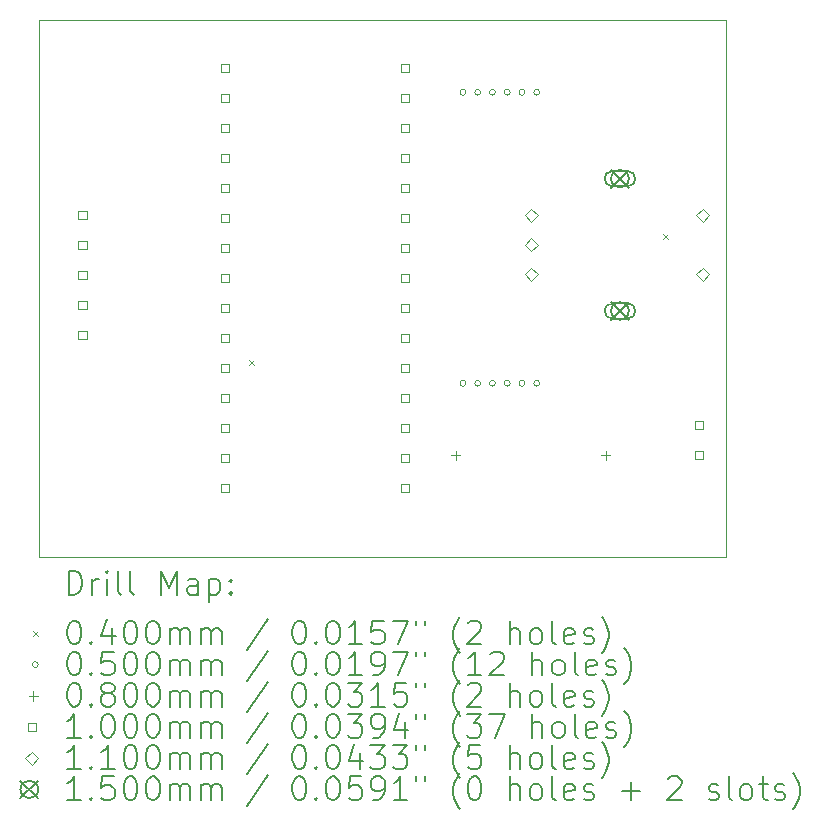
<source format=gbr>
%FSLAX45Y45*%
G04 Gerber Fmt 4.5, Leading zero omitted, Abs format (unit mm)*
G04 Created by KiCad (PCBNEW (6.0.2)) date 2023-01-26 14:19:44*
%MOMM*%
%LPD*%
G01*
G04 APERTURE LIST*
%TA.AperFunction,Profile*%
%ADD10C,0.100000*%
%TD*%
%ADD11C,0.200000*%
%ADD12C,0.040000*%
%ADD13C,0.050000*%
%ADD14C,0.080000*%
%ADD15C,0.100000*%
%ADD16C,0.110000*%
%ADD17C,0.150000*%
G04 APERTURE END LIST*
D10*
X9906000Y-7493000D02*
X15722600Y-7493000D01*
X15722600Y-7493000D02*
X15722600Y-12039600D01*
X15722600Y-12039600D02*
X9906000Y-12039600D01*
X9906000Y-12039600D02*
X9906000Y-7493000D01*
D11*
D12*
X11689400Y-10368600D02*
X11729400Y-10408600D01*
X11729400Y-10368600D02*
X11689400Y-10408600D01*
X15194600Y-9301800D02*
X15234600Y-9341800D01*
X15234600Y-9301800D02*
X15194600Y-9341800D01*
D13*
X13522400Y-8102600D02*
G75*
G03*
X13522400Y-8102600I-25000J0D01*
G01*
X13522400Y-10566400D02*
G75*
G03*
X13522400Y-10566400I-25000J0D01*
G01*
X13647400Y-8102600D02*
G75*
G03*
X13647400Y-8102600I-25000J0D01*
G01*
X13647400Y-10566400D02*
G75*
G03*
X13647400Y-10566400I-25000J0D01*
G01*
X13772400Y-8102600D02*
G75*
G03*
X13772400Y-8102600I-25000J0D01*
G01*
X13772400Y-10566400D02*
G75*
G03*
X13772400Y-10566400I-25000J0D01*
G01*
X13897400Y-8102600D02*
G75*
G03*
X13897400Y-8102600I-25000J0D01*
G01*
X13897400Y-10566400D02*
G75*
G03*
X13897400Y-10566400I-25000J0D01*
G01*
X14022400Y-8102600D02*
G75*
G03*
X14022400Y-8102600I-25000J0D01*
G01*
X14022400Y-10566400D02*
G75*
G03*
X14022400Y-10566400I-25000J0D01*
G01*
X14147400Y-8102600D02*
G75*
G03*
X14147400Y-8102600I-25000J0D01*
G01*
X14147400Y-10566400D02*
G75*
G03*
X14147400Y-10566400I-25000J0D01*
G01*
D14*
X13436600Y-11136000D02*
X13436600Y-11216000D01*
X13396600Y-11176000D02*
X13476600Y-11176000D01*
X14706600Y-11136000D02*
X14706600Y-11216000D01*
X14666600Y-11176000D02*
X14746600Y-11176000D01*
D15*
X10312196Y-9179356D02*
X10312196Y-9108644D01*
X10241484Y-9108644D01*
X10241484Y-9179356D01*
X10312196Y-9179356D01*
X10312196Y-9433356D02*
X10312196Y-9362644D01*
X10241484Y-9362644D01*
X10241484Y-9433356D01*
X10312196Y-9433356D01*
X10312196Y-9687356D02*
X10312196Y-9616644D01*
X10241484Y-9616644D01*
X10241484Y-9687356D01*
X10312196Y-9687356D01*
X10312196Y-9941356D02*
X10312196Y-9870644D01*
X10241484Y-9870644D01*
X10241484Y-9941356D01*
X10312196Y-9941356D01*
X10312196Y-10195356D02*
X10312196Y-10124644D01*
X10241484Y-10124644D01*
X10241484Y-10195356D01*
X10312196Y-10195356D01*
X11516156Y-7934756D02*
X11516156Y-7864044D01*
X11445444Y-7864044D01*
X11445444Y-7934756D01*
X11516156Y-7934756D01*
X11516156Y-8188756D02*
X11516156Y-8118044D01*
X11445444Y-8118044D01*
X11445444Y-8188756D01*
X11516156Y-8188756D01*
X11516156Y-8442756D02*
X11516156Y-8372044D01*
X11445444Y-8372044D01*
X11445444Y-8442756D01*
X11516156Y-8442756D01*
X11516156Y-8696756D02*
X11516156Y-8626044D01*
X11445444Y-8626044D01*
X11445444Y-8696756D01*
X11516156Y-8696756D01*
X11516156Y-8950756D02*
X11516156Y-8880044D01*
X11445444Y-8880044D01*
X11445444Y-8950756D01*
X11516156Y-8950756D01*
X11516156Y-9204756D02*
X11516156Y-9134044D01*
X11445444Y-9134044D01*
X11445444Y-9204756D01*
X11516156Y-9204756D01*
X11516156Y-9458756D02*
X11516156Y-9388044D01*
X11445444Y-9388044D01*
X11445444Y-9458756D01*
X11516156Y-9458756D01*
X11516156Y-9712756D02*
X11516156Y-9642044D01*
X11445444Y-9642044D01*
X11445444Y-9712756D01*
X11516156Y-9712756D01*
X11516156Y-9966756D02*
X11516156Y-9896044D01*
X11445444Y-9896044D01*
X11445444Y-9966756D01*
X11516156Y-9966756D01*
X11516156Y-10220756D02*
X11516156Y-10150044D01*
X11445444Y-10150044D01*
X11445444Y-10220756D01*
X11516156Y-10220756D01*
X11516156Y-10474756D02*
X11516156Y-10404044D01*
X11445444Y-10404044D01*
X11445444Y-10474756D01*
X11516156Y-10474756D01*
X11516156Y-10728756D02*
X11516156Y-10658044D01*
X11445444Y-10658044D01*
X11445444Y-10728756D01*
X11516156Y-10728756D01*
X11516156Y-10982756D02*
X11516156Y-10912044D01*
X11445444Y-10912044D01*
X11445444Y-10982756D01*
X11516156Y-10982756D01*
X11516156Y-11236756D02*
X11516156Y-11166044D01*
X11445444Y-11166044D01*
X11445444Y-11236756D01*
X11516156Y-11236756D01*
X11516156Y-11490756D02*
X11516156Y-11420044D01*
X11445444Y-11420044D01*
X11445444Y-11490756D01*
X11516156Y-11490756D01*
X13040156Y-7934756D02*
X13040156Y-7864044D01*
X12969444Y-7864044D01*
X12969444Y-7934756D01*
X13040156Y-7934756D01*
X13040156Y-8188756D02*
X13040156Y-8118044D01*
X12969444Y-8118044D01*
X12969444Y-8188756D01*
X13040156Y-8188756D01*
X13040156Y-8442756D02*
X13040156Y-8372044D01*
X12969444Y-8372044D01*
X12969444Y-8442756D01*
X13040156Y-8442756D01*
X13040156Y-8696756D02*
X13040156Y-8626044D01*
X12969444Y-8626044D01*
X12969444Y-8696756D01*
X13040156Y-8696756D01*
X13040156Y-8950756D02*
X13040156Y-8880044D01*
X12969444Y-8880044D01*
X12969444Y-8950756D01*
X13040156Y-8950756D01*
X13040156Y-9204756D02*
X13040156Y-9134044D01*
X12969444Y-9134044D01*
X12969444Y-9204756D01*
X13040156Y-9204756D01*
X13040156Y-9458756D02*
X13040156Y-9388044D01*
X12969444Y-9388044D01*
X12969444Y-9458756D01*
X13040156Y-9458756D01*
X13040156Y-9712756D02*
X13040156Y-9642044D01*
X12969444Y-9642044D01*
X12969444Y-9712756D01*
X13040156Y-9712756D01*
X13040156Y-9966756D02*
X13040156Y-9896044D01*
X12969444Y-9896044D01*
X12969444Y-9966756D01*
X13040156Y-9966756D01*
X13040156Y-10220756D02*
X13040156Y-10150044D01*
X12969444Y-10150044D01*
X12969444Y-10220756D01*
X13040156Y-10220756D01*
X13040156Y-10474756D02*
X13040156Y-10404044D01*
X12969444Y-10404044D01*
X12969444Y-10474756D01*
X13040156Y-10474756D01*
X13040156Y-10728756D02*
X13040156Y-10658044D01*
X12969444Y-10658044D01*
X12969444Y-10728756D01*
X13040156Y-10728756D01*
X13040156Y-10982756D02*
X13040156Y-10912044D01*
X12969444Y-10912044D01*
X12969444Y-10982756D01*
X13040156Y-10982756D01*
X13040156Y-11236756D02*
X13040156Y-11166044D01*
X12969444Y-11166044D01*
X12969444Y-11236756D01*
X13040156Y-11236756D01*
X13040156Y-11490756D02*
X13040156Y-11420044D01*
X12969444Y-11420044D01*
X12969444Y-11490756D01*
X13040156Y-11490756D01*
X15529356Y-10957356D02*
X15529356Y-10886644D01*
X15458644Y-10886644D01*
X15458644Y-10957356D01*
X15529356Y-10957356D01*
X15529356Y-11211356D02*
X15529356Y-11140644D01*
X15458644Y-11140644D01*
X15458644Y-11211356D01*
X15529356Y-11211356D01*
D16*
X14076840Y-9199000D02*
X14131840Y-9144000D01*
X14076840Y-9089000D01*
X14021840Y-9144000D01*
X14076840Y-9199000D01*
X14076840Y-9449000D02*
X14131840Y-9394000D01*
X14076840Y-9339000D01*
X14021840Y-9394000D01*
X14076840Y-9449000D01*
X14076840Y-9699000D02*
X14131840Y-9644000D01*
X14076840Y-9589000D01*
X14021840Y-9644000D01*
X14076840Y-9699000D01*
X15526840Y-9199000D02*
X15581840Y-9144000D01*
X15526840Y-9089000D01*
X15471840Y-9144000D01*
X15526840Y-9199000D01*
X15526840Y-9699000D02*
X15581840Y-9644000D01*
X15526840Y-9589000D01*
X15471840Y-9644000D01*
X15526840Y-9699000D01*
D17*
X14751840Y-8759000D02*
X14901840Y-8909000D01*
X14901840Y-8759000D02*
X14751840Y-8909000D01*
X14901840Y-8834000D02*
G75*
G03*
X14901840Y-8834000I-75000J0D01*
G01*
D11*
X14761840Y-8899000D02*
X14891840Y-8899000D01*
X14761840Y-8769000D02*
X14891840Y-8769000D01*
X14891840Y-8899000D02*
G75*
G03*
X14891840Y-8769000I0J65000D01*
G01*
X14761840Y-8769000D02*
G75*
G03*
X14761840Y-8899000I0J-65000D01*
G01*
D17*
X14751840Y-9879000D02*
X14901840Y-10029000D01*
X14901840Y-9879000D02*
X14751840Y-10029000D01*
X14901840Y-9954000D02*
G75*
G03*
X14901840Y-9954000I-75000J0D01*
G01*
D11*
X14761840Y-10019000D02*
X14891840Y-10019000D01*
X14761840Y-9889000D02*
X14891840Y-9889000D01*
X14891840Y-10019000D02*
G75*
G03*
X14891840Y-9889000I0J65000D01*
G01*
X14761840Y-9889000D02*
G75*
G03*
X14761840Y-10019000I0J-65000D01*
G01*
X10158619Y-12355076D02*
X10158619Y-12155076D01*
X10206238Y-12155076D01*
X10234810Y-12164600D01*
X10253857Y-12183648D01*
X10263381Y-12202695D01*
X10272905Y-12240790D01*
X10272905Y-12269362D01*
X10263381Y-12307457D01*
X10253857Y-12326505D01*
X10234810Y-12345552D01*
X10206238Y-12355076D01*
X10158619Y-12355076D01*
X10358619Y-12355076D02*
X10358619Y-12221743D01*
X10358619Y-12259838D02*
X10368143Y-12240790D01*
X10377667Y-12231267D01*
X10396714Y-12221743D01*
X10415762Y-12221743D01*
X10482429Y-12355076D02*
X10482429Y-12221743D01*
X10482429Y-12155076D02*
X10472905Y-12164600D01*
X10482429Y-12174124D01*
X10491952Y-12164600D01*
X10482429Y-12155076D01*
X10482429Y-12174124D01*
X10606238Y-12355076D02*
X10587190Y-12345552D01*
X10577667Y-12326505D01*
X10577667Y-12155076D01*
X10711000Y-12355076D02*
X10691952Y-12345552D01*
X10682429Y-12326505D01*
X10682429Y-12155076D01*
X10939571Y-12355076D02*
X10939571Y-12155076D01*
X11006238Y-12297933D01*
X11072905Y-12155076D01*
X11072905Y-12355076D01*
X11253857Y-12355076D02*
X11253857Y-12250314D01*
X11244333Y-12231267D01*
X11225286Y-12221743D01*
X11187190Y-12221743D01*
X11168143Y-12231267D01*
X11253857Y-12345552D02*
X11234809Y-12355076D01*
X11187190Y-12355076D01*
X11168143Y-12345552D01*
X11158619Y-12326505D01*
X11158619Y-12307457D01*
X11168143Y-12288409D01*
X11187190Y-12278886D01*
X11234809Y-12278886D01*
X11253857Y-12269362D01*
X11349095Y-12221743D02*
X11349095Y-12421743D01*
X11349095Y-12231267D02*
X11368143Y-12221743D01*
X11406238Y-12221743D01*
X11425286Y-12231267D01*
X11434809Y-12240790D01*
X11444333Y-12259838D01*
X11444333Y-12316981D01*
X11434809Y-12336028D01*
X11425286Y-12345552D01*
X11406238Y-12355076D01*
X11368143Y-12355076D01*
X11349095Y-12345552D01*
X11530048Y-12336028D02*
X11539571Y-12345552D01*
X11530048Y-12355076D01*
X11520524Y-12345552D01*
X11530048Y-12336028D01*
X11530048Y-12355076D01*
X11530048Y-12231267D02*
X11539571Y-12240790D01*
X11530048Y-12250314D01*
X11520524Y-12240790D01*
X11530048Y-12231267D01*
X11530048Y-12250314D01*
D12*
X9861000Y-12664600D02*
X9901000Y-12704600D01*
X9901000Y-12664600D02*
X9861000Y-12704600D01*
D11*
X10196714Y-12575076D02*
X10215762Y-12575076D01*
X10234810Y-12584600D01*
X10244333Y-12594124D01*
X10253857Y-12613171D01*
X10263381Y-12651267D01*
X10263381Y-12698886D01*
X10253857Y-12736981D01*
X10244333Y-12756028D01*
X10234810Y-12765552D01*
X10215762Y-12775076D01*
X10196714Y-12775076D01*
X10177667Y-12765552D01*
X10168143Y-12756028D01*
X10158619Y-12736981D01*
X10149095Y-12698886D01*
X10149095Y-12651267D01*
X10158619Y-12613171D01*
X10168143Y-12594124D01*
X10177667Y-12584600D01*
X10196714Y-12575076D01*
X10349095Y-12756028D02*
X10358619Y-12765552D01*
X10349095Y-12775076D01*
X10339571Y-12765552D01*
X10349095Y-12756028D01*
X10349095Y-12775076D01*
X10530048Y-12641743D02*
X10530048Y-12775076D01*
X10482429Y-12565552D02*
X10434810Y-12708409D01*
X10558619Y-12708409D01*
X10672905Y-12575076D02*
X10691952Y-12575076D01*
X10711000Y-12584600D01*
X10720524Y-12594124D01*
X10730048Y-12613171D01*
X10739571Y-12651267D01*
X10739571Y-12698886D01*
X10730048Y-12736981D01*
X10720524Y-12756028D01*
X10711000Y-12765552D01*
X10691952Y-12775076D01*
X10672905Y-12775076D01*
X10653857Y-12765552D01*
X10644333Y-12756028D01*
X10634810Y-12736981D01*
X10625286Y-12698886D01*
X10625286Y-12651267D01*
X10634810Y-12613171D01*
X10644333Y-12594124D01*
X10653857Y-12584600D01*
X10672905Y-12575076D01*
X10863381Y-12575076D02*
X10882429Y-12575076D01*
X10901476Y-12584600D01*
X10911000Y-12594124D01*
X10920524Y-12613171D01*
X10930048Y-12651267D01*
X10930048Y-12698886D01*
X10920524Y-12736981D01*
X10911000Y-12756028D01*
X10901476Y-12765552D01*
X10882429Y-12775076D01*
X10863381Y-12775076D01*
X10844333Y-12765552D01*
X10834810Y-12756028D01*
X10825286Y-12736981D01*
X10815762Y-12698886D01*
X10815762Y-12651267D01*
X10825286Y-12613171D01*
X10834810Y-12594124D01*
X10844333Y-12584600D01*
X10863381Y-12575076D01*
X11015762Y-12775076D02*
X11015762Y-12641743D01*
X11015762Y-12660790D02*
X11025286Y-12651267D01*
X11044333Y-12641743D01*
X11072905Y-12641743D01*
X11091952Y-12651267D01*
X11101476Y-12670314D01*
X11101476Y-12775076D01*
X11101476Y-12670314D02*
X11111000Y-12651267D01*
X11130048Y-12641743D01*
X11158619Y-12641743D01*
X11177667Y-12651267D01*
X11187190Y-12670314D01*
X11187190Y-12775076D01*
X11282428Y-12775076D02*
X11282428Y-12641743D01*
X11282428Y-12660790D02*
X11291952Y-12651267D01*
X11311000Y-12641743D01*
X11339571Y-12641743D01*
X11358619Y-12651267D01*
X11368143Y-12670314D01*
X11368143Y-12775076D01*
X11368143Y-12670314D02*
X11377667Y-12651267D01*
X11396714Y-12641743D01*
X11425286Y-12641743D01*
X11444333Y-12651267D01*
X11453857Y-12670314D01*
X11453857Y-12775076D01*
X11844333Y-12565552D02*
X11672905Y-12822695D01*
X12101476Y-12575076D02*
X12120524Y-12575076D01*
X12139571Y-12584600D01*
X12149095Y-12594124D01*
X12158619Y-12613171D01*
X12168143Y-12651267D01*
X12168143Y-12698886D01*
X12158619Y-12736981D01*
X12149095Y-12756028D01*
X12139571Y-12765552D01*
X12120524Y-12775076D01*
X12101476Y-12775076D01*
X12082428Y-12765552D01*
X12072905Y-12756028D01*
X12063381Y-12736981D01*
X12053857Y-12698886D01*
X12053857Y-12651267D01*
X12063381Y-12613171D01*
X12072905Y-12594124D01*
X12082428Y-12584600D01*
X12101476Y-12575076D01*
X12253857Y-12756028D02*
X12263381Y-12765552D01*
X12253857Y-12775076D01*
X12244333Y-12765552D01*
X12253857Y-12756028D01*
X12253857Y-12775076D01*
X12387190Y-12575076D02*
X12406238Y-12575076D01*
X12425286Y-12584600D01*
X12434809Y-12594124D01*
X12444333Y-12613171D01*
X12453857Y-12651267D01*
X12453857Y-12698886D01*
X12444333Y-12736981D01*
X12434809Y-12756028D01*
X12425286Y-12765552D01*
X12406238Y-12775076D01*
X12387190Y-12775076D01*
X12368143Y-12765552D01*
X12358619Y-12756028D01*
X12349095Y-12736981D01*
X12339571Y-12698886D01*
X12339571Y-12651267D01*
X12349095Y-12613171D01*
X12358619Y-12594124D01*
X12368143Y-12584600D01*
X12387190Y-12575076D01*
X12644333Y-12775076D02*
X12530048Y-12775076D01*
X12587190Y-12775076D02*
X12587190Y-12575076D01*
X12568143Y-12603648D01*
X12549095Y-12622695D01*
X12530048Y-12632219D01*
X12825286Y-12575076D02*
X12730048Y-12575076D01*
X12720524Y-12670314D01*
X12730048Y-12660790D01*
X12749095Y-12651267D01*
X12796714Y-12651267D01*
X12815762Y-12660790D01*
X12825286Y-12670314D01*
X12834809Y-12689362D01*
X12834809Y-12736981D01*
X12825286Y-12756028D01*
X12815762Y-12765552D01*
X12796714Y-12775076D01*
X12749095Y-12775076D01*
X12730048Y-12765552D01*
X12720524Y-12756028D01*
X12901476Y-12575076D02*
X13034809Y-12575076D01*
X12949095Y-12775076D01*
X13101476Y-12575076D02*
X13101476Y-12613171D01*
X13177667Y-12575076D02*
X13177667Y-12613171D01*
X13472905Y-12851267D02*
X13463381Y-12841743D01*
X13444333Y-12813171D01*
X13434809Y-12794124D01*
X13425286Y-12765552D01*
X13415762Y-12717933D01*
X13415762Y-12679838D01*
X13425286Y-12632219D01*
X13434809Y-12603648D01*
X13444333Y-12584600D01*
X13463381Y-12556028D01*
X13472905Y-12546505D01*
X13539571Y-12594124D02*
X13549095Y-12584600D01*
X13568143Y-12575076D01*
X13615762Y-12575076D01*
X13634809Y-12584600D01*
X13644333Y-12594124D01*
X13653857Y-12613171D01*
X13653857Y-12632219D01*
X13644333Y-12660790D01*
X13530048Y-12775076D01*
X13653857Y-12775076D01*
X13891952Y-12775076D02*
X13891952Y-12575076D01*
X13977667Y-12775076D02*
X13977667Y-12670314D01*
X13968143Y-12651267D01*
X13949095Y-12641743D01*
X13920524Y-12641743D01*
X13901476Y-12651267D01*
X13891952Y-12660790D01*
X14101476Y-12775076D02*
X14082428Y-12765552D01*
X14072905Y-12756028D01*
X14063381Y-12736981D01*
X14063381Y-12679838D01*
X14072905Y-12660790D01*
X14082428Y-12651267D01*
X14101476Y-12641743D01*
X14130048Y-12641743D01*
X14149095Y-12651267D01*
X14158619Y-12660790D01*
X14168143Y-12679838D01*
X14168143Y-12736981D01*
X14158619Y-12756028D01*
X14149095Y-12765552D01*
X14130048Y-12775076D01*
X14101476Y-12775076D01*
X14282428Y-12775076D02*
X14263381Y-12765552D01*
X14253857Y-12746505D01*
X14253857Y-12575076D01*
X14434809Y-12765552D02*
X14415762Y-12775076D01*
X14377667Y-12775076D01*
X14358619Y-12765552D01*
X14349095Y-12746505D01*
X14349095Y-12670314D01*
X14358619Y-12651267D01*
X14377667Y-12641743D01*
X14415762Y-12641743D01*
X14434809Y-12651267D01*
X14444333Y-12670314D01*
X14444333Y-12689362D01*
X14349095Y-12708409D01*
X14520524Y-12765552D02*
X14539571Y-12775076D01*
X14577667Y-12775076D01*
X14596714Y-12765552D01*
X14606238Y-12746505D01*
X14606238Y-12736981D01*
X14596714Y-12717933D01*
X14577667Y-12708409D01*
X14549095Y-12708409D01*
X14530048Y-12698886D01*
X14520524Y-12679838D01*
X14520524Y-12670314D01*
X14530048Y-12651267D01*
X14549095Y-12641743D01*
X14577667Y-12641743D01*
X14596714Y-12651267D01*
X14672905Y-12851267D02*
X14682428Y-12841743D01*
X14701476Y-12813171D01*
X14711000Y-12794124D01*
X14720524Y-12765552D01*
X14730048Y-12717933D01*
X14730048Y-12679838D01*
X14720524Y-12632219D01*
X14711000Y-12603648D01*
X14701476Y-12584600D01*
X14682428Y-12556028D01*
X14672905Y-12546505D01*
D13*
X9901000Y-12948600D02*
G75*
G03*
X9901000Y-12948600I-25000J0D01*
G01*
D11*
X10196714Y-12839076D02*
X10215762Y-12839076D01*
X10234810Y-12848600D01*
X10244333Y-12858124D01*
X10253857Y-12877171D01*
X10263381Y-12915267D01*
X10263381Y-12962886D01*
X10253857Y-13000981D01*
X10244333Y-13020028D01*
X10234810Y-13029552D01*
X10215762Y-13039076D01*
X10196714Y-13039076D01*
X10177667Y-13029552D01*
X10168143Y-13020028D01*
X10158619Y-13000981D01*
X10149095Y-12962886D01*
X10149095Y-12915267D01*
X10158619Y-12877171D01*
X10168143Y-12858124D01*
X10177667Y-12848600D01*
X10196714Y-12839076D01*
X10349095Y-13020028D02*
X10358619Y-13029552D01*
X10349095Y-13039076D01*
X10339571Y-13029552D01*
X10349095Y-13020028D01*
X10349095Y-13039076D01*
X10539571Y-12839076D02*
X10444333Y-12839076D01*
X10434810Y-12934314D01*
X10444333Y-12924790D01*
X10463381Y-12915267D01*
X10511000Y-12915267D01*
X10530048Y-12924790D01*
X10539571Y-12934314D01*
X10549095Y-12953362D01*
X10549095Y-13000981D01*
X10539571Y-13020028D01*
X10530048Y-13029552D01*
X10511000Y-13039076D01*
X10463381Y-13039076D01*
X10444333Y-13029552D01*
X10434810Y-13020028D01*
X10672905Y-12839076D02*
X10691952Y-12839076D01*
X10711000Y-12848600D01*
X10720524Y-12858124D01*
X10730048Y-12877171D01*
X10739571Y-12915267D01*
X10739571Y-12962886D01*
X10730048Y-13000981D01*
X10720524Y-13020028D01*
X10711000Y-13029552D01*
X10691952Y-13039076D01*
X10672905Y-13039076D01*
X10653857Y-13029552D01*
X10644333Y-13020028D01*
X10634810Y-13000981D01*
X10625286Y-12962886D01*
X10625286Y-12915267D01*
X10634810Y-12877171D01*
X10644333Y-12858124D01*
X10653857Y-12848600D01*
X10672905Y-12839076D01*
X10863381Y-12839076D02*
X10882429Y-12839076D01*
X10901476Y-12848600D01*
X10911000Y-12858124D01*
X10920524Y-12877171D01*
X10930048Y-12915267D01*
X10930048Y-12962886D01*
X10920524Y-13000981D01*
X10911000Y-13020028D01*
X10901476Y-13029552D01*
X10882429Y-13039076D01*
X10863381Y-13039076D01*
X10844333Y-13029552D01*
X10834810Y-13020028D01*
X10825286Y-13000981D01*
X10815762Y-12962886D01*
X10815762Y-12915267D01*
X10825286Y-12877171D01*
X10834810Y-12858124D01*
X10844333Y-12848600D01*
X10863381Y-12839076D01*
X11015762Y-13039076D02*
X11015762Y-12905743D01*
X11015762Y-12924790D02*
X11025286Y-12915267D01*
X11044333Y-12905743D01*
X11072905Y-12905743D01*
X11091952Y-12915267D01*
X11101476Y-12934314D01*
X11101476Y-13039076D01*
X11101476Y-12934314D02*
X11111000Y-12915267D01*
X11130048Y-12905743D01*
X11158619Y-12905743D01*
X11177667Y-12915267D01*
X11187190Y-12934314D01*
X11187190Y-13039076D01*
X11282428Y-13039076D02*
X11282428Y-12905743D01*
X11282428Y-12924790D02*
X11291952Y-12915267D01*
X11311000Y-12905743D01*
X11339571Y-12905743D01*
X11358619Y-12915267D01*
X11368143Y-12934314D01*
X11368143Y-13039076D01*
X11368143Y-12934314D02*
X11377667Y-12915267D01*
X11396714Y-12905743D01*
X11425286Y-12905743D01*
X11444333Y-12915267D01*
X11453857Y-12934314D01*
X11453857Y-13039076D01*
X11844333Y-12829552D02*
X11672905Y-13086695D01*
X12101476Y-12839076D02*
X12120524Y-12839076D01*
X12139571Y-12848600D01*
X12149095Y-12858124D01*
X12158619Y-12877171D01*
X12168143Y-12915267D01*
X12168143Y-12962886D01*
X12158619Y-13000981D01*
X12149095Y-13020028D01*
X12139571Y-13029552D01*
X12120524Y-13039076D01*
X12101476Y-13039076D01*
X12082428Y-13029552D01*
X12072905Y-13020028D01*
X12063381Y-13000981D01*
X12053857Y-12962886D01*
X12053857Y-12915267D01*
X12063381Y-12877171D01*
X12072905Y-12858124D01*
X12082428Y-12848600D01*
X12101476Y-12839076D01*
X12253857Y-13020028D02*
X12263381Y-13029552D01*
X12253857Y-13039076D01*
X12244333Y-13029552D01*
X12253857Y-13020028D01*
X12253857Y-13039076D01*
X12387190Y-12839076D02*
X12406238Y-12839076D01*
X12425286Y-12848600D01*
X12434809Y-12858124D01*
X12444333Y-12877171D01*
X12453857Y-12915267D01*
X12453857Y-12962886D01*
X12444333Y-13000981D01*
X12434809Y-13020028D01*
X12425286Y-13029552D01*
X12406238Y-13039076D01*
X12387190Y-13039076D01*
X12368143Y-13029552D01*
X12358619Y-13020028D01*
X12349095Y-13000981D01*
X12339571Y-12962886D01*
X12339571Y-12915267D01*
X12349095Y-12877171D01*
X12358619Y-12858124D01*
X12368143Y-12848600D01*
X12387190Y-12839076D01*
X12644333Y-13039076D02*
X12530048Y-13039076D01*
X12587190Y-13039076D02*
X12587190Y-12839076D01*
X12568143Y-12867648D01*
X12549095Y-12886695D01*
X12530048Y-12896219D01*
X12739571Y-13039076D02*
X12777667Y-13039076D01*
X12796714Y-13029552D01*
X12806238Y-13020028D01*
X12825286Y-12991457D01*
X12834809Y-12953362D01*
X12834809Y-12877171D01*
X12825286Y-12858124D01*
X12815762Y-12848600D01*
X12796714Y-12839076D01*
X12758619Y-12839076D01*
X12739571Y-12848600D01*
X12730048Y-12858124D01*
X12720524Y-12877171D01*
X12720524Y-12924790D01*
X12730048Y-12943838D01*
X12739571Y-12953362D01*
X12758619Y-12962886D01*
X12796714Y-12962886D01*
X12815762Y-12953362D01*
X12825286Y-12943838D01*
X12834809Y-12924790D01*
X12901476Y-12839076D02*
X13034809Y-12839076D01*
X12949095Y-13039076D01*
X13101476Y-12839076D02*
X13101476Y-12877171D01*
X13177667Y-12839076D02*
X13177667Y-12877171D01*
X13472905Y-13115267D02*
X13463381Y-13105743D01*
X13444333Y-13077171D01*
X13434809Y-13058124D01*
X13425286Y-13029552D01*
X13415762Y-12981933D01*
X13415762Y-12943838D01*
X13425286Y-12896219D01*
X13434809Y-12867648D01*
X13444333Y-12848600D01*
X13463381Y-12820028D01*
X13472905Y-12810505D01*
X13653857Y-13039076D02*
X13539571Y-13039076D01*
X13596714Y-13039076D02*
X13596714Y-12839076D01*
X13577667Y-12867648D01*
X13558619Y-12886695D01*
X13539571Y-12896219D01*
X13730048Y-12858124D02*
X13739571Y-12848600D01*
X13758619Y-12839076D01*
X13806238Y-12839076D01*
X13825286Y-12848600D01*
X13834809Y-12858124D01*
X13844333Y-12877171D01*
X13844333Y-12896219D01*
X13834809Y-12924790D01*
X13720524Y-13039076D01*
X13844333Y-13039076D01*
X14082428Y-13039076D02*
X14082428Y-12839076D01*
X14168143Y-13039076D02*
X14168143Y-12934314D01*
X14158619Y-12915267D01*
X14139571Y-12905743D01*
X14111000Y-12905743D01*
X14091952Y-12915267D01*
X14082428Y-12924790D01*
X14291952Y-13039076D02*
X14272905Y-13029552D01*
X14263381Y-13020028D01*
X14253857Y-13000981D01*
X14253857Y-12943838D01*
X14263381Y-12924790D01*
X14272905Y-12915267D01*
X14291952Y-12905743D01*
X14320524Y-12905743D01*
X14339571Y-12915267D01*
X14349095Y-12924790D01*
X14358619Y-12943838D01*
X14358619Y-13000981D01*
X14349095Y-13020028D01*
X14339571Y-13029552D01*
X14320524Y-13039076D01*
X14291952Y-13039076D01*
X14472905Y-13039076D02*
X14453857Y-13029552D01*
X14444333Y-13010505D01*
X14444333Y-12839076D01*
X14625286Y-13029552D02*
X14606238Y-13039076D01*
X14568143Y-13039076D01*
X14549095Y-13029552D01*
X14539571Y-13010505D01*
X14539571Y-12934314D01*
X14549095Y-12915267D01*
X14568143Y-12905743D01*
X14606238Y-12905743D01*
X14625286Y-12915267D01*
X14634809Y-12934314D01*
X14634809Y-12953362D01*
X14539571Y-12972409D01*
X14711000Y-13029552D02*
X14730048Y-13039076D01*
X14768143Y-13039076D01*
X14787190Y-13029552D01*
X14796714Y-13010505D01*
X14796714Y-13000981D01*
X14787190Y-12981933D01*
X14768143Y-12972409D01*
X14739571Y-12972409D01*
X14720524Y-12962886D01*
X14711000Y-12943838D01*
X14711000Y-12934314D01*
X14720524Y-12915267D01*
X14739571Y-12905743D01*
X14768143Y-12905743D01*
X14787190Y-12915267D01*
X14863381Y-13115267D02*
X14872905Y-13105743D01*
X14891952Y-13077171D01*
X14901476Y-13058124D01*
X14911000Y-13029552D01*
X14920524Y-12981933D01*
X14920524Y-12943838D01*
X14911000Y-12896219D01*
X14901476Y-12867648D01*
X14891952Y-12848600D01*
X14872905Y-12820028D01*
X14863381Y-12810505D01*
D14*
X9861000Y-13172600D02*
X9861000Y-13252600D01*
X9821000Y-13212600D02*
X9901000Y-13212600D01*
D11*
X10196714Y-13103076D02*
X10215762Y-13103076D01*
X10234810Y-13112600D01*
X10244333Y-13122124D01*
X10253857Y-13141171D01*
X10263381Y-13179267D01*
X10263381Y-13226886D01*
X10253857Y-13264981D01*
X10244333Y-13284028D01*
X10234810Y-13293552D01*
X10215762Y-13303076D01*
X10196714Y-13303076D01*
X10177667Y-13293552D01*
X10168143Y-13284028D01*
X10158619Y-13264981D01*
X10149095Y-13226886D01*
X10149095Y-13179267D01*
X10158619Y-13141171D01*
X10168143Y-13122124D01*
X10177667Y-13112600D01*
X10196714Y-13103076D01*
X10349095Y-13284028D02*
X10358619Y-13293552D01*
X10349095Y-13303076D01*
X10339571Y-13293552D01*
X10349095Y-13284028D01*
X10349095Y-13303076D01*
X10472905Y-13188790D02*
X10453857Y-13179267D01*
X10444333Y-13169743D01*
X10434810Y-13150695D01*
X10434810Y-13141171D01*
X10444333Y-13122124D01*
X10453857Y-13112600D01*
X10472905Y-13103076D01*
X10511000Y-13103076D01*
X10530048Y-13112600D01*
X10539571Y-13122124D01*
X10549095Y-13141171D01*
X10549095Y-13150695D01*
X10539571Y-13169743D01*
X10530048Y-13179267D01*
X10511000Y-13188790D01*
X10472905Y-13188790D01*
X10453857Y-13198314D01*
X10444333Y-13207838D01*
X10434810Y-13226886D01*
X10434810Y-13264981D01*
X10444333Y-13284028D01*
X10453857Y-13293552D01*
X10472905Y-13303076D01*
X10511000Y-13303076D01*
X10530048Y-13293552D01*
X10539571Y-13284028D01*
X10549095Y-13264981D01*
X10549095Y-13226886D01*
X10539571Y-13207838D01*
X10530048Y-13198314D01*
X10511000Y-13188790D01*
X10672905Y-13103076D02*
X10691952Y-13103076D01*
X10711000Y-13112600D01*
X10720524Y-13122124D01*
X10730048Y-13141171D01*
X10739571Y-13179267D01*
X10739571Y-13226886D01*
X10730048Y-13264981D01*
X10720524Y-13284028D01*
X10711000Y-13293552D01*
X10691952Y-13303076D01*
X10672905Y-13303076D01*
X10653857Y-13293552D01*
X10644333Y-13284028D01*
X10634810Y-13264981D01*
X10625286Y-13226886D01*
X10625286Y-13179267D01*
X10634810Y-13141171D01*
X10644333Y-13122124D01*
X10653857Y-13112600D01*
X10672905Y-13103076D01*
X10863381Y-13103076D02*
X10882429Y-13103076D01*
X10901476Y-13112600D01*
X10911000Y-13122124D01*
X10920524Y-13141171D01*
X10930048Y-13179267D01*
X10930048Y-13226886D01*
X10920524Y-13264981D01*
X10911000Y-13284028D01*
X10901476Y-13293552D01*
X10882429Y-13303076D01*
X10863381Y-13303076D01*
X10844333Y-13293552D01*
X10834810Y-13284028D01*
X10825286Y-13264981D01*
X10815762Y-13226886D01*
X10815762Y-13179267D01*
X10825286Y-13141171D01*
X10834810Y-13122124D01*
X10844333Y-13112600D01*
X10863381Y-13103076D01*
X11015762Y-13303076D02*
X11015762Y-13169743D01*
X11015762Y-13188790D02*
X11025286Y-13179267D01*
X11044333Y-13169743D01*
X11072905Y-13169743D01*
X11091952Y-13179267D01*
X11101476Y-13198314D01*
X11101476Y-13303076D01*
X11101476Y-13198314D02*
X11111000Y-13179267D01*
X11130048Y-13169743D01*
X11158619Y-13169743D01*
X11177667Y-13179267D01*
X11187190Y-13198314D01*
X11187190Y-13303076D01*
X11282428Y-13303076D02*
X11282428Y-13169743D01*
X11282428Y-13188790D02*
X11291952Y-13179267D01*
X11311000Y-13169743D01*
X11339571Y-13169743D01*
X11358619Y-13179267D01*
X11368143Y-13198314D01*
X11368143Y-13303076D01*
X11368143Y-13198314D02*
X11377667Y-13179267D01*
X11396714Y-13169743D01*
X11425286Y-13169743D01*
X11444333Y-13179267D01*
X11453857Y-13198314D01*
X11453857Y-13303076D01*
X11844333Y-13093552D02*
X11672905Y-13350695D01*
X12101476Y-13103076D02*
X12120524Y-13103076D01*
X12139571Y-13112600D01*
X12149095Y-13122124D01*
X12158619Y-13141171D01*
X12168143Y-13179267D01*
X12168143Y-13226886D01*
X12158619Y-13264981D01*
X12149095Y-13284028D01*
X12139571Y-13293552D01*
X12120524Y-13303076D01*
X12101476Y-13303076D01*
X12082428Y-13293552D01*
X12072905Y-13284028D01*
X12063381Y-13264981D01*
X12053857Y-13226886D01*
X12053857Y-13179267D01*
X12063381Y-13141171D01*
X12072905Y-13122124D01*
X12082428Y-13112600D01*
X12101476Y-13103076D01*
X12253857Y-13284028D02*
X12263381Y-13293552D01*
X12253857Y-13303076D01*
X12244333Y-13293552D01*
X12253857Y-13284028D01*
X12253857Y-13303076D01*
X12387190Y-13103076D02*
X12406238Y-13103076D01*
X12425286Y-13112600D01*
X12434809Y-13122124D01*
X12444333Y-13141171D01*
X12453857Y-13179267D01*
X12453857Y-13226886D01*
X12444333Y-13264981D01*
X12434809Y-13284028D01*
X12425286Y-13293552D01*
X12406238Y-13303076D01*
X12387190Y-13303076D01*
X12368143Y-13293552D01*
X12358619Y-13284028D01*
X12349095Y-13264981D01*
X12339571Y-13226886D01*
X12339571Y-13179267D01*
X12349095Y-13141171D01*
X12358619Y-13122124D01*
X12368143Y-13112600D01*
X12387190Y-13103076D01*
X12520524Y-13103076D02*
X12644333Y-13103076D01*
X12577667Y-13179267D01*
X12606238Y-13179267D01*
X12625286Y-13188790D01*
X12634809Y-13198314D01*
X12644333Y-13217362D01*
X12644333Y-13264981D01*
X12634809Y-13284028D01*
X12625286Y-13293552D01*
X12606238Y-13303076D01*
X12549095Y-13303076D01*
X12530048Y-13293552D01*
X12520524Y-13284028D01*
X12834809Y-13303076D02*
X12720524Y-13303076D01*
X12777667Y-13303076D02*
X12777667Y-13103076D01*
X12758619Y-13131648D01*
X12739571Y-13150695D01*
X12720524Y-13160219D01*
X13015762Y-13103076D02*
X12920524Y-13103076D01*
X12911000Y-13198314D01*
X12920524Y-13188790D01*
X12939571Y-13179267D01*
X12987190Y-13179267D01*
X13006238Y-13188790D01*
X13015762Y-13198314D01*
X13025286Y-13217362D01*
X13025286Y-13264981D01*
X13015762Y-13284028D01*
X13006238Y-13293552D01*
X12987190Y-13303076D01*
X12939571Y-13303076D01*
X12920524Y-13293552D01*
X12911000Y-13284028D01*
X13101476Y-13103076D02*
X13101476Y-13141171D01*
X13177667Y-13103076D02*
X13177667Y-13141171D01*
X13472905Y-13379267D02*
X13463381Y-13369743D01*
X13444333Y-13341171D01*
X13434809Y-13322124D01*
X13425286Y-13293552D01*
X13415762Y-13245933D01*
X13415762Y-13207838D01*
X13425286Y-13160219D01*
X13434809Y-13131648D01*
X13444333Y-13112600D01*
X13463381Y-13084028D01*
X13472905Y-13074505D01*
X13539571Y-13122124D02*
X13549095Y-13112600D01*
X13568143Y-13103076D01*
X13615762Y-13103076D01*
X13634809Y-13112600D01*
X13644333Y-13122124D01*
X13653857Y-13141171D01*
X13653857Y-13160219D01*
X13644333Y-13188790D01*
X13530048Y-13303076D01*
X13653857Y-13303076D01*
X13891952Y-13303076D02*
X13891952Y-13103076D01*
X13977667Y-13303076D02*
X13977667Y-13198314D01*
X13968143Y-13179267D01*
X13949095Y-13169743D01*
X13920524Y-13169743D01*
X13901476Y-13179267D01*
X13891952Y-13188790D01*
X14101476Y-13303076D02*
X14082428Y-13293552D01*
X14072905Y-13284028D01*
X14063381Y-13264981D01*
X14063381Y-13207838D01*
X14072905Y-13188790D01*
X14082428Y-13179267D01*
X14101476Y-13169743D01*
X14130048Y-13169743D01*
X14149095Y-13179267D01*
X14158619Y-13188790D01*
X14168143Y-13207838D01*
X14168143Y-13264981D01*
X14158619Y-13284028D01*
X14149095Y-13293552D01*
X14130048Y-13303076D01*
X14101476Y-13303076D01*
X14282428Y-13303076D02*
X14263381Y-13293552D01*
X14253857Y-13274505D01*
X14253857Y-13103076D01*
X14434809Y-13293552D02*
X14415762Y-13303076D01*
X14377667Y-13303076D01*
X14358619Y-13293552D01*
X14349095Y-13274505D01*
X14349095Y-13198314D01*
X14358619Y-13179267D01*
X14377667Y-13169743D01*
X14415762Y-13169743D01*
X14434809Y-13179267D01*
X14444333Y-13198314D01*
X14444333Y-13217362D01*
X14349095Y-13236409D01*
X14520524Y-13293552D02*
X14539571Y-13303076D01*
X14577667Y-13303076D01*
X14596714Y-13293552D01*
X14606238Y-13274505D01*
X14606238Y-13264981D01*
X14596714Y-13245933D01*
X14577667Y-13236409D01*
X14549095Y-13236409D01*
X14530048Y-13226886D01*
X14520524Y-13207838D01*
X14520524Y-13198314D01*
X14530048Y-13179267D01*
X14549095Y-13169743D01*
X14577667Y-13169743D01*
X14596714Y-13179267D01*
X14672905Y-13379267D02*
X14682428Y-13369743D01*
X14701476Y-13341171D01*
X14711000Y-13322124D01*
X14720524Y-13293552D01*
X14730048Y-13245933D01*
X14730048Y-13207838D01*
X14720524Y-13160219D01*
X14711000Y-13131648D01*
X14701476Y-13112600D01*
X14682428Y-13084028D01*
X14672905Y-13074505D01*
D15*
X9886356Y-13511956D02*
X9886356Y-13441244D01*
X9815644Y-13441244D01*
X9815644Y-13511956D01*
X9886356Y-13511956D01*
D11*
X10263381Y-13567076D02*
X10149095Y-13567076D01*
X10206238Y-13567076D02*
X10206238Y-13367076D01*
X10187190Y-13395648D01*
X10168143Y-13414695D01*
X10149095Y-13424219D01*
X10349095Y-13548028D02*
X10358619Y-13557552D01*
X10349095Y-13567076D01*
X10339571Y-13557552D01*
X10349095Y-13548028D01*
X10349095Y-13567076D01*
X10482429Y-13367076D02*
X10501476Y-13367076D01*
X10520524Y-13376600D01*
X10530048Y-13386124D01*
X10539571Y-13405171D01*
X10549095Y-13443267D01*
X10549095Y-13490886D01*
X10539571Y-13528981D01*
X10530048Y-13548028D01*
X10520524Y-13557552D01*
X10501476Y-13567076D01*
X10482429Y-13567076D01*
X10463381Y-13557552D01*
X10453857Y-13548028D01*
X10444333Y-13528981D01*
X10434810Y-13490886D01*
X10434810Y-13443267D01*
X10444333Y-13405171D01*
X10453857Y-13386124D01*
X10463381Y-13376600D01*
X10482429Y-13367076D01*
X10672905Y-13367076D02*
X10691952Y-13367076D01*
X10711000Y-13376600D01*
X10720524Y-13386124D01*
X10730048Y-13405171D01*
X10739571Y-13443267D01*
X10739571Y-13490886D01*
X10730048Y-13528981D01*
X10720524Y-13548028D01*
X10711000Y-13557552D01*
X10691952Y-13567076D01*
X10672905Y-13567076D01*
X10653857Y-13557552D01*
X10644333Y-13548028D01*
X10634810Y-13528981D01*
X10625286Y-13490886D01*
X10625286Y-13443267D01*
X10634810Y-13405171D01*
X10644333Y-13386124D01*
X10653857Y-13376600D01*
X10672905Y-13367076D01*
X10863381Y-13367076D02*
X10882429Y-13367076D01*
X10901476Y-13376600D01*
X10911000Y-13386124D01*
X10920524Y-13405171D01*
X10930048Y-13443267D01*
X10930048Y-13490886D01*
X10920524Y-13528981D01*
X10911000Y-13548028D01*
X10901476Y-13557552D01*
X10882429Y-13567076D01*
X10863381Y-13567076D01*
X10844333Y-13557552D01*
X10834810Y-13548028D01*
X10825286Y-13528981D01*
X10815762Y-13490886D01*
X10815762Y-13443267D01*
X10825286Y-13405171D01*
X10834810Y-13386124D01*
X10844333Y-13376600D01*
X10863381Y-13367076D01*
X11015762Y-13567076D02*
X11015762Y-13433743D01*
X11015762Y-13452790D02*
X11025286Y-13443267D01*
X11044333Y-13433743D01*
X11072905Y-13433743D01*
X11091952Y-13443267D01*
X11101476Y-13462314D01*
X11101476Y-13567076D01*
X11101476Y-13462314D02*
X11111000Y-13443267D01*
X11130048Y-13433743D01*
X11158619Y-13433743D01*
X11177667Y-13443267D01*
X11187190Y-13462314D01*
X11187190Y-13567076D01*
X11282428Y-13567076D02*
X11282428Y-13433743D01*
X11282428Y-13452790D02*
X11291952Y-13443267D01*
X11311000Y-13433743D01*
X11339571Y-13433743D01*
X11358619Y-13443267D01*
X11368143Y-13462314D01*
X11368143Y-13567076D01*
X11368143Y-13462314D02*
X11377667Y-13443267D01*
X11396714Y-13433743D01*
X11425286Y-13433743D01*
X11444333Y-13443267D01*
X11453857Y-13462314D01*
X11453857Y-13567076D01*
X11844333Y-13357552D02*
X11672905Y-13614695D01*
X12101476Y-13367076D02*
X12120524Y-13367076D01*
X12139571Y-13376600D01*
X12149095Y-13386124D01*
X12158619Y-13405171D01*
X12168143Y-13443267D01*
X12168143Y-13490886D01*
X12158619Y-13528981D01*
X12149095Y-13548028D01*
X12139571Y-13557552D01*
X12120524Y-13567076D01*
X12101476Y-13567076D01*
X12082428Y-13557552D01*
X12072905Y-13548028D01*
X12063381Y-13528981D01*
X12053857Y-13490886D01*
X12053857Y-13443267D01*
X12063381Y-13405171D01*
X12072905Y-13386124D01*
X12082428Y-13376600D01*
X12101476Y-13367076D01*
X12253857Y-13548028D02*
X12263381Y-13557552D01*
X12253857Y-13567076D01*
X12244333Y-13557552D01*
X12253857Y-13548028D01*
X12253857Y-13567076D01*
X12387190Y-13367076D02*
X12406238Y-13367076D01*
X12425286Y-13376600D01*
X12434809Y-13386124D01*
X12444333Y-13405171D01*
X12453857Y-13443267D01*
X12453857Y-13490886D01*
X12444333Y-13528981D01*
X12434809Y-13548028D01*
X12425286Y-13557552D01*
X12406238Y-13567076D01*
X12387190Y-13567076D01*
X12368143Y-13557552D01*
X12358619Y-13548028D01*
X12349095Y-13528981D01*
X12339571Y-13490886D01*
X12339571Y-13443267D01*
X12349095Y-13405171D01*
X12358619Y-13386124D01*
X12368143Y-13376600D01*
X12387190Y-13367076D01*
X12520524Y-13367076D02*
X12644333Y-13367076D01*
X12577667Y-13443267D01*
X12606238Y-13443267D01*
X12625286Y-13452790D01*
X12634809Y-13462314D01*
X12644333Y-13481362D01*
X12644333Y-13528981D01*
X12634809Y-13548028D01*
X12625286Y-13557552D01*
X12606238Y-13567076D01*
X12549095Y-13567076D01*
X12530048Y-13557552D01*
X12520524Y-13548028D01*
X12739571Y-13567076D02*
X12777667Y-13567076D01*
X12796714Y-13557552D01*
X12806238Y-13548028D01*
X12825286Y-13519457D01*
X12834809Y-13481362D01*
X12834809Y-13405171D01*
X12825286Y-13386124D01*
X12815762Y-13376600D01*
X12796714Y-13367076D01*
X12758619Y-13367076D01*
X12739571Y-13376600D01*
X12730048Y-13386124D01*
X12720524Y-13405171D01*
X12720524Y-13452790D01*
X12730048Y-13471838D01*
X12739571Y-13481362D01*
X12758619Y-13490886D01*
X12796714Y-13490886D01*
X12815762Y-13481362D01*
X12825286Y-13471838D01*
X12834809Y-13452790D01*
X13006238Y-13433743D02*
X13006238Y-13567076D01*
X12958619Y-13357552D02*
X12911000Y-13500409D01*
X13034809Y-13500409D01*
X13101476Y-13367076D02*
X13101476Y-13405171D01*
X13177667Y-13367076D02*
X13177667Y-13405171D01*
X13472905Y-13643267D02*
X13463381Y-13633743D01*
X13444333Y-13605171D01*
X13434809Y-13586124D01*
X13425286Y-13557552D01*
X13415762Y-13509933D01*
X13415762Y-13471838D01*
X13425286Y-13424219D01*
X13434809Y-13395648D01*
X13444333Y-13376600D01*
X13463381Y-13348028D01*
X13472905Y-13338505D01*
X13530048Y-13367076D02*
X13653857Y-13367076D01*
X13587190Y-13443267D01*
X13615762Y-13443267D01*
X13634809Y-13452790D01*
X13644333Y-13462314D01*
X13653857Y-13481362D01*
X13653857Y-13528981D01*
X13644333Y-13548028D01*
X13634809Y-13557552D01*
X13615762Y-13567076D01*
X13558619Y-13567076D01*
X13539571Y-13557552D01*
X13530048Y-13548028D01*
X13720524Y-13367076D02*
X13853857Y-13367076D01*
X13768143Y-13567076D01*
X14082428Y-13567076D02*
X14082428Y-13367076D01*
X14168143Y-13567076D02*
X14168143Y-13462314D01*
X14158619Y-13443267D01*
X14139571Y-13433743D01*
X14111000Y-13433743D01*
X14091952Y-13443267D01*
X14082428Y-13452790D01*
X14291952Y-13567076D02*
X14272905Y-13557552D01*
X14263381Y-13548028D01*
X14253857Y-13528981D01*
X14253857Y-13471838D01*
X14263381Y-13452790D01*
X14272905Y-13443267D01*
X14291952Y-13433743D01*
X14320524Y-13433743D01*
X14339571Y-13443267D01*
X14349095Y-13452790D01*
X14358619Y-13471838D01*
X14358619Y-13528981D01*
X14349095Y-13548028D01*
X14339571Y-13557552D01*
X14320524Y-13567076D01*
X14291952Y-13567076D01*
X14472905Y-13567076D02*
X14453857Y-13557552D01*
X14444333Y-13538505D01*
X14444333Y-13367076D01*
X14625286Y-13557552D02*
X14606238Y-13567076D01*
X14568143Y-13567076D01*
X14549095Y-13557552D01*
X14539571Y-13538505D01*
X14539571Y-13462314D01*
X14549095Y-13443267D01*
X14568143Y-13433743D01*
X14606238Y-13433743D01*
X14625286Y-13443267D01*
X14634809Y-13462314D01*
X14634809Y-13481362D01*
X14539571Y-13500409D01*
X14711000Y-13557552D02*
X14730048Y-13567076D01*
X14768143Y-13567076D01*
X14787190Y-13557552D01*
X14796714Y-13538505D01*
X14796714Y-13528981D01*
X14787190Y-13509933D01*
X14768143Y-13500409D01*
X14739571Y-13500409D01*
X14720524Y-13490886D01*
X14711000Y-13471838D01*
X14711000Y-13462314D01*
X14720524Y-13443267D01*
X14739571Y-13433743D01*
X14768143Y-13433743D01*
X14787190Y-13443267D01*
X14863381Y-13643267D02*
X14872905Y-13633743D01*
X14891952Y-13605171D01*
X14901476Y-13586124D01*
X14911000Y-13557552D01*
X14920524Y-13509933D01*
X14920524Y-13471838D01*
X14911000Y-13424219D01*
X14901476Y-13395648D01*
X14891952Y-13376600D01*
X14872905Y-13348028D01*
X14863381Y-13338505D01*
D16*
X9846000Y-13795600D02*
X9901000Y-13740600D01*
X9846000Y-13685600D01*
X9791000Y-13740600D01*
X9846000Y-13795600D01*
D11*
X10263381Y-13831076D02*
X10149095Y-13831076D01*
X10206238Y-13831076D02*
X10206238Y-13631076D01*
X10187190Y-13659648D01*
X10168143Y-13678695D01*
X10149095Y-13688219D01*
X10349095Y-13812028D02*
X10358619Y-13821552D01*
X10349095Y-13831076D01*
X10339571Y-13821552D01*
X10349095Y-13812028D01*
X10349095Y-13831076D01*
X10549095Y-13831076D02*
X10434810Y-13831076D01*
X10491952Y-13831076D02*
X10491952Y-13631076D01*
X10472905Y-13659648D01*
X10453857Y-13678695D01*
X10434810Y-13688219D01*
X10672905Y-13631076D02*
X10691952Y-13631076D01*
X10711000Y-13640600D01*
X10720524Y-13650124D01*
X10730048Y-13669171D01*
X10739571Y-13707267D01*
X10739571Y-13754886D01*
X10730048Y-13792981D01*
X10720524Y-13812028D01*
X10711000Y-13821552D01*
X10691952Y-13831076D01*
X10672905Y-13831076D01*
X10653857Y-13821552D01*
X10644333Y-13812028D01*
X10634810Y-13792981D01*
X10625286Y-13754886D01*
X10625286Y-13707267D01*
X10634810Y-13669171D01*
X10644333Y-13650124D01*
X10653857Y-13640600D01*
X10672905Y-13631076D01*
X10863381Y-13631076D02*
X10882429Y-13631076D01*
X10901476Y-13640600D01*
X10911000Y-13650124D01*
X10920524Y-13669171D01*
X10930048Y-13707267D01*
X10930048Y-13754886D01*
X10920524Y-13792981D01*
X10911000Y-13812028D01*
X10901476Y-13821552D01*
X10882429Y-13831076D01*
X10863381Y-13831076D01*
X10844333Y-13821552D01*
X10834810Y-13812028D01*
X10825286Y-13792981D01*
X10815762Y-13754886D01*
X10815762Y-13707267D01*
X10825286Y-13669171D01*
X10834810Y-13650124D01*
X10844333Y-13640600D01*
X10863381Y-13631076D01*
X11015762Y-13831076D02*
X11015762Y-13697743D01*
X11015762Y-13716790D02*
X11025286Y-13707267D01*
X11044333Y-13697743D01*
X11072905Y-13697743D01*
X11091952Y-13707267D01*
X11101476Y-13726314D01*
X11101476Y-13831076D01*
X11101476Y-13726314D02*
X11111000Y-13707267D01*
X11130048Y-13697743D01*
X11158619Y-13697743D01*
X11177667Y-13707267D01*
X11187190Y-13726314D01*
X11187190Y-13831076D01*
X11282428Y-13831076D02*
X11282428Y-13697743D01*
X11282428Y-13716790D02*
X11291952Y-13707267D01*
X11311000Y-13697743D01*
X11339571Y-13697743D01*
X11358619Y-13707267D01*
X11368143Y-13726314D01*
X11368143Y-13831076D01*
X11368143Y-13726314D02*
X11377667Y-13707267D01*
X11396714Y-13697743D01*
X11425286Y-13697743D01*
X11444333Y-13707267D01*
X11453857Y-13726314D01*
X11453857Y-13831076D01*
X11844333Y-13621552D02*
X11672905Y-13878695D01*
X12101476Y-13631076D02*
X12120524Y-13631076D01*
X12139571Y-13640600D01*
X12149095Y-13650124D01*
X12158619Y-13669171D01*
X12168143Y-13707267D01*
X12168143Y-13754886D01*
X12158619Y-13792981D01*
X12149095Y-13812028D01*
X12139571Y-13821552D01*
X12120524Y-13831076D01*
X12101476Y-13831076D01*
X12082428Y-13821552D01*
X12072905Y-13812028D01*
X12063381Y-13792981D01*
X12053857Y-13754886D01*
X12053857Y-13707267D01*
X12063381Y-13669171D01*
X12072905Y-13650124D01*
X12082428Y-13640600D01*
X12101476Y-13631076D01*
X12253857Y-13812028D02*
X12263381Y-13821552D01*
X12253857Y-13831076D01*
X12244333Y-13821552D01*
X12253857Y-13812028D01*
X12253857Y-13831076D01*
X12387190Y-13631076D02*
X12406238Y-13631076D01*
X12425286Y-13640600D01*
X12434809Y-13650124D01*
X12444333Y-13669171D01*
X12453857Y-13707267D01*
X12453857Y-13754886D01*
X12444333Y-13792981D01*
X12434809Y-13812028D01*
X12425286Y-13821552D01*
X12406238Y-13831076D01*
X12387190Y-13831076D01*
X12368143Y-13821552D01*
X12358619Y-13812028D01*
X12349095Y-13792981D01*
X12339571Y-13754886D01*
X12339571Y-13707267D01*
X12349095Y-13669171D01*
X12358619Y-13650124D01*
X12368143Y-13640600D01*
X12387190Y-13631076D01*
X12625286Y-13697743D02*
X12625286Y-13831076D01*
X12577667Y-13621552D02*
X12530048Y-13764409D01*
X12653857Y-13764409D01*
X12711000Y-13631076D02*
X12834809Y-13631076D01*
X12768143Y-13707267D01*
X12796714Y-13707267D01*
X12815762Y-13716790D01*
X12825286Y-13726314D01*
X12834809Y-13745362D01*
X12834809Y-13792981D01*
X12825286Y-13812028D01*
X12815762Y-13821552D01*
X12796714Y-13831076D01*
X12739571Y-13831076D01*
X12720524Y-13821552D01*
X12711000Y-13812028D01*
X12901476Y-13631076D02*
X13025286Y-13631076D01*
X12958619Y-13707267D01*
X12987190Y-13707267D01*
X13006238Y-13716790D01*
X13015762Y-13726314D01*
X13025286Y-13745362D01*
X13025286Y-13792981D01*
X13015762Y-13812028D01*
X13006238Y-13821552D01*
X12987190Y-13831076D01*
X12930048Y-13831076D01*
X12911000Y-13821552D01*
X12901476Y-13812028D01*
X13101476Y-13631076D02*
X13101476Y-13669171D01*
X13177667Y-13631076D02*
X13177667Y-13669171D01*
X13472905Y-13907267D02*
X13463381Y-13897743D01*
X13444333Y-13869171D01*
X13434809Y-13850124D01*
X13425286Y-13821552D01*
X13415762Y-13773933D01*
X13415762Y-13735838D01*
X13425286Y-13688219D01*
X13434809Y-13659648D01*
X13444333Y-13640600D01*
X13463381Y-13612028D01*
X13472905Y-13602505D01*
X13644333Y-13631076D02*
X13549095Y-13631076D01*
X13539571Y-13726314D01*
X13549095Y-13716790D01*
X13568143Y-13707267D01*
X13615762Y-13707267D01*
X13634809Y-13716790D01*
X13644333Y-13726314D01*
X13653857Y-13745362D01*
X13653857Y-13792981D01*
X13644333Y-13812028D01*
X13634809Y-13821552D01*
X13615762Y-13831076D01*
X13568143Y-13831076D01*
X13549095Y-13821552D01*
X13539571Y-13812028D01*
X13891952Y-13831076D02*
X13891952Y-13631076D01*
X13977667Y-13831076D02*
X13977667Y-13726314D01*
X13968143Y-13707267D01*
X13949095Y-13697743D01*
X13920524Y-13697743D01*
X13901476Y-13707267D01*
X13891952Y-13716790D01*
X14101476Y-13831076D02*
X14082428Y-13821552D01*
X14072905Y-13812028D01*
X14063381Y-13792981D01*
X14063381Y-13735838D01*
X14072905Y-13716790D01*
X14082428Y-13707267D01*
X14101476Y-13697743D01*
X14130048Y-13697743D01*
X14149095Y-13707267D01*
X14158619Y-13716790D01*
X14168143Y-13735838D01*
X14168143Y-13792981D01*
X14158619Y-13812028D01*
X14149095Y-13821552D01*
X14130048Y-13831076D01*
X14101476Y-13831076D01*
X14282428Y-13831076D02*
X14263381Y-13821552D01*
X14253857Y-13802505D01*
X14253857Y-13631076D01*
X14434809Y-13821552D02*
X14415762Y-13831076D01*
X14377667Y-13831076D01*
X14358619Y-13821552D01*
X14349095Y-13802505D01*
X14349095Y-13726314D01*
X14358619Y-13707267D01*
X14377667Y-13697743D01*
X14415762Y-13697743D01*
X14434809Y-13707267D01*
X14444333Y-13726314D01*
X14444333Y-13745362D01*
X14349095Y-13764409D01*
X14520524Y-13821552D02*
X14539571Y-13831076D01*
X14577667Y-13831076D01*
X14596714Y-13821552D01*
X14606238Y-13802505D01*
X14606238Y-13792981D01*
X14596714Y-13773933D01*
X14577667Y-13764409D01*
X14549095Y-13764409D01*
X14530048Y-13754886D01*
X14520524Y-13735838D01*
X14520524Y-13726314D01*
X14530048Y-13707267D01*
X14549095Y-13697743D01*
X14577667Y-13697743D01*
X14596714Y-13707267D01*
X14672905Y-13907267D02*
X14682428Y-13897743D01*
X14701476Y-13869171D01*
X14711000Y-13850124D01*
X14720524Y-13821552D01*
X14730048Y-13773933D01*
X14730048Y-13735838D01*
X14720524Y-13688219D01*
X14711000Y-13659648D01*
X14701476Y-13640600D01*
X14682428Y-13612028D01*
X14672905Y-13602505D01*
D17*
X9751000Y-13929600D02*
X9901000Y-14079600D01*
X9901000Y-13929600D02*
X9751000Y-14079600D01*
X9901000Y-14004600D02*
G75*
G03*
X9901000Y-14004600I-75000J0D01*
G01*
D11*
X10263381Y-14095076D02*
X10149095Y-14095076D01*
X10206238Y-14095076D02*
X10206238Y-13895076D01*
X10187190Y-13923648D01*
X10168143Y-13942695D01*
X10149095Y-13952219D01*
X10349095Y-14076028D02*
X10358619Y-14085552D01*
X10349095Y-14095076D01*
X10339571Y-14085552D01*
X10349095Y-14076028D01*
X10349095Y-14095076D01*
X10539571Y-13895076D02*
X10444333Y-13895076D01*
X10434810Y-13990314D01*
X10444333Y-13980790D01*
X10463381Y-13971267D01*
X10511000Y-13971267D01*
X10530048Y-13980790D01*
X10539571Y-13990314D01*
X10549095Y-14009362D01*
X10549095Y-14056981D01*
X10539571Y-14076028D01*
X10530048Y-14085552D01*
X10511000Y-14095076D01*
X10463381Y-14095076D01*
X10444333Y-14085552D01*
X10434810Y-14076028D01*
X10672905Y-13895076D02*
X10691952Y-13895076D01*
X10711000Y-13904600D01*
X10720524Y-13914124D01*
X10730048Y-13933171D01*
X10739571Y-13971267D01*
X10739571Y-14018886D01*
X10730048Y-14056981D01*
X10720524Y-14076028D01*
X10711000Y-14085552D01*
X10691952Y-14095076D01*
X10672905Y-14095076D01*
X10653857Y-14085552D01*
X10644333Y-14076028D01*
X10634810Y-14056981D01*
X10625286Y-14018886D01*
X10625286Y-13971267D01*
X10634810Y-13933171D01*
X10644333Y-13914124D01*
X10653857Y-13904600D01*
X10672905Y-13895076D01*
X10863381Y-13895076D02*
X10882429Y-13895076D01*
X10901476Y-13904600D01*
X10911000Y-13914124D01*
X10920524Y-13933171D01*
X10930048Y-13971267D01*
X10930048Y-14018886D01*
X10920524Y-14056981D01*
X10911000Y-14076028D01*
X10901476Y-14085552D01*
X10882429Y-14095076D01*
X10863381Y-14095076D01*
X10844333Y-14085552D01*
X10834810Y-14076028D01*
X10825286Y-14056981D01*
X10815762Y-14018886D01*
X10815762Y-13971267D01*
X10825286Y-13933171D01*
X10834810Y-13914124D01*
X10844333Y-13904600D01*
X10863381Y-13895076D01*
X11015762Y-14095076D02*
X11015762Y-13961743D01*
X11015762Y-13980790D02*
X11025286Y-13971267D01*
X11044333Y-13961743D01*
X11072905Y-13961743D01*
X11091952Y-13971267D01*
X11101476Y-13990314D01*
X11101476Y-14095076D01*
X11101476Y-13990314D02*
X11111000Y-13971267D01*
X11130048Y-13961743D01*
X11158619Y-13961743D01*
X11177667Y-13971267D01*
X11187190Y-13990314D01*
X11187190Y-14095076D01*
X11282428Y-14095076D02*
X11282428Y-13961743D01*
X11282428Y-13980790D02*
X11291952Y-13971267D01*
X11311000Y-13961743D01*
X11339571Y-13961743D01*
X11358619Y-13971267D01*
X11368143Y-13990314D01*
X11368143Y-14095076D01*
X11368143Y-13990314D02*
X11377667Y-13971267D01*
X11396714Y-13961743D01*
X11425286Y-13961743D01*
X11444333Y-13971267D01*
X11453857Y-13990314D01*
X11453857Y-14095076D01*
X11844333Y-13885552D02*
X11672905Y-14142695D01*
X12101476Y-13895076D02*
X12120524Y-13895076D01*
X12139571Y-13904600D01*
X12149095Y-13914124D01*
X12158619Y-13933171D01*
X12168143Y-13971267D01*
X12168143Y-14018886D01*
X12158619Y-14056981D01*
X12149095Y-14076028D01*
X12139571Y-14085552D01*
X12120524Y-14095076D01*
X12101476Y-14095076D01*
X12082428Y-14085552D01*
X12072905Y-14076028D01*
X12063381Y-14056981D01*
X12053857Y-14018886D01*
X12053857Y-13971267D01*
X12063381Y-13933171D01*
X12072905Y-13914124D01*
X12082428Y-13904600D01*
X12101476Y-13895076D01*
X12253857Y-14076028D02*
X12263381Y-14085552D01*
X12253857Y-14095076D01*
X12244333Y-14085552D01*
X12253857Y-14076028D01*
X12253857Y-14095076D01*
X12387190Y-13895076D02*
X12406238Y-13895076D01*
X12425286Y-13904600D01*
X12434809Y-13914124D01*
X12444333Y-13933171D01*
X12453857Y-13971267D01*
X12453857Y-14018886D01*
X12444333Y-14056981D01*
X12434809Y-14076028D01*
X12425286Y-14085552D01*
X12406238Y-14095076D01*
X12387190Y-14095076D01*
X12368143Y-14085552D01*
X12358619Y-14076028D01*
X12349095Y-14056981D01*
X12339571Y-14018886D01*
X12339571Y-13971267D01*
X12349095Y-13933171D01*
X12358619Y-13914124D01*
X12368143Y-13904600D01*
X12387190Y-13895076D01*
X12634809Y-13895076D02*
X12539571Y-13895076D01*
X12530048Y-13990314D01*
X12539571Y-13980790D01*
X12558619Y-13971267D01*
X12606238Y-13971267D01*
X12625286Y-13980790D01*
X12634809Y-13990314D01*
X12644333Y-14009362D01*
X12644333Y-14056981D01*
X12634809Y-14076028D01*
X12625286Y-14085552D01*
X12606238Y-14095076D01*
X12558619Y-14095076D01*
X12539571Y-14085552D01*
X12530048Y-14076028D01*
X12739571Y-14095076D02*
X12777667Y-14095076D01*
X12796714Y-14085552D01*
X12806238Y-14076028D01*
X12825286Y-14047457D01*
X12834809Y-14009362D01*
X12834809Y-13933171D01*
X12825286Y-13914124D01*
X12815762Y-13904600D01*
X12796714Y-13895076D01*
X12758619Y-13895076D01*
X12739571Y-13904600D01*
X12730048Y-13914124D01*
X12720524Y-13933171D01*
X12720524Y-13980790D01*
X12730048Y-13999838D01*
X12739571Y-14009362D01*
X12758619Y-14018886D01*
X12796714Y-14018886D01*
X12815762Y-14009362D01*
X12825286Y-13999838D01*
X12834809Y-13980790D01*
X13025286Y-14095076D02*
X12911000Y-14095076D01*
X12968143Y-14095076D02*
X12968143Y-13895076D01*
X12949095Y-13923648D01*
X12930048Y-13942695D01*
X12911000Y-13952219D01*
X13101476Y-13895076D02*
X13101476Y-13933171D01*
X13177667Y-13895076D02*
X13177667Y-13933171D01*
X13472905Y-14171267D02*
X13463381Y-14161743D01*
X13444333Y-14133171D01*
X13434809Y-14114124D01*
X13425286Y-14085552D01*
X13415762Y-14037933D01*
X13415762Y-13999838D01*
X13425286Y-13952219D01*
X13434809Y-13923648D01*
X13444333Y-13904600D01*
X13463381Y-13876028D01*
X13472905Y-13866505D01*
X13587190Y-13895076D02*
X13606238Y-13895076D01*
X13625286Y-13904600D01*
X13634809Y-13914124D01*
X13644333Y-13933171D01*
X13653857Y-13971267D01*
X13653857Y-14018886D01*
X13644333Y-14056981D01*
X13634809Y-14076028D01*
X13625286Y-14085552D01*
X13606238Y-14095076D01*
X13587190Y-14095076D01*
X13568143Y-14085552D01*
X13558619Y-14076028D01*
X13549095Y-14056981D01*
X13539571Y-14018886D01*
X13539571Y-13971267D01*
X13549095Y-13933171D01*
X13558619Y-13914124D01*
X13568143Y-13904600D01*
X13587190Y-13895076D01*
X13891952Y-14095076D02*
X13891952Y-13895076D01*
X13977667Y-14095076D02*
X13977667Y-13990314D01*
X13968143Y-13971267D01*
X13949095Y-13961743D01*
X13920524Y-13961743D01*
X13901476Y-13971267D01*
X13891952Y-13980790D01*
X14101476Y-14095076D02*
X14082428Y-14085552D01*
X14072905Y-14076028D01*
X14063381Y-14056981D01*
X14063381Y-13999838D01*
X14072905Y-13980790D01*
X14082428Y-13971267D01*
X14101476Y-13961743D01*
X14130048Y-13961743D01*
X14149095Y-13971267D01*
X14158619Y-13980790D01*
X14168143Y-13999838D01*
X14168143Y-14056981D01*
X14158619Y-14076028D01*
X14149095Y-14085552D01*
X14130048Y-14095076D01*
X14101476Y-14095076D01*
X14282428Y-14095076D02*
X14263381Y-14085552D01*
X14253857Y-14066505D01*
X14253857Y-13895076D01*
X14434809Y-14085552D02*
X14415762Y-14095076D01*
X14377667Y-14095076D01*
X14358619Y-14085552D01*
X14349095Y-14066505D01*
X14349095Y-13990314D01*
X14358619Y-13971267D01*
X14377667Y-13961743D01*
X14415762Y-13961743D01*
X14434809Y-13971267D01*
X14444333Y-13990314D01*
X14444333Y-14009362D01*
X14349095Y-14028409D01*
X14520524Y-14085552D02*
X14539571Y-14095076D01*
X14577667Y-14095076D01*
X14596714Y-14085552D01*
X14606238Y-14066505D01*
X14606238Y-14056981D01*
X14596714Y-14037933D01*
X14577667Y-14028409D01*
X14549095Y-14028409D01*
X14530048Y-14018886D01*
X14520524Y-13999838D01*
X14520524Y-13990314D01*
X14530048Y-13971267D01*
X14549095Y-13961743D01*
X14577667Y-13961743D01*
X14596714Y-13971267D01*
X14844333Y-14018886D02*
X14996714Y-14018886D01*
X14920524Y-14095076D02*
X14920524Y-13942695D01*
X15234809Y-13914124D02*
X15244333Y-13904600D01*
X15263381Y-13895076D01*
X15311000Y-13895076D01*
X15330048Y-13904600D01*
X15339571Y-13914124D01*
X15349095Y-13933171D01*
X15349095Y-13952219D01*
X15339571Y-13980790D01*
X15225286Y-14095076D01*
X15349095Y-14095076D01*
X15577667Y-14085552D02*
X15596714Y-14095076D01*
X15634809Y-14095076D01*
X15653857Y-14085552D01*
X15663381Y-14066505D01*
X15663381Y-14056981D01*
X15653857Y-14037933D01*
X15634809Y-14028409D01*
X15606238Y-14028409D01*
X15587190Y-14018886D01*
X15577667Y-13999838D01*
X15577667Y-13990314D01*
X15587190Y-13971267D01*
X15606238Y-13961743D01*
X15634809Y-13961743D01*
X15653857Y-13971267D01*
X15777667Y-14095076D02*
X15758619Y-14085552D01*
X15749095Y-14066505D01*
X15749095Y-13895076D01*
X15882428Y-14095076D02*
X15863381Y-14085552D01*
X15853857Y-14076028D01*
X15844333Y-14056981D01*
X15844333Y-13999838D01*
X15853857Y-13980790D01*
X15863381Y-13971267D01*
X15882428Y-13961743D01*
X15911000Y-13961743D01*
X15930048Y-13971267D01*
X15939571Y-13980790D01*
X15949095Y-13999838D01*
X15949095Y-14056981D01*
X15939571Y-14076028D01*
X15930048Y-14085552D01*
X15911000Y-14095076D01*
X15882428Y-14095076D01*
X16006238Y-13961743D02*
X16082428Y-13961743D01*
X16034809Y-13895076D02*
X16034809Y-14066505D01*
X16044333Y-14085552D01*
X16063381Y-14095076D01*
X16082428Y-14095076D01*
X16139571Y-14085552D02*
X16158619Y-14095076D01*
X16196714Y-14095076D01*
X16215762Y-14085552D01*
X16225286Y-14066505D01*
X16225286Y-14056981D01*
X16215762Y-14037933D01*
X16196714Y-14028409D01*
X16168143Y-14028409D01*
X16149095Y-14018886D01*
X16139571Y-13999838D01*
X16139571Y-13990314D01*
X16149095Y-13971267D01*
X16168143Y-13961743D01*
X16196714Y-13961743D01*
X16215762Y-13971267D01*
X16291952Y-14171267D02*
X16301476Y-14161743D01*
X16320524Y-14133171D01*
X16330048Y-14114124D01*
X16339571Y-14085552D01*
X16349095Y-14037933D01*
X16349095Y-13999838D01*
X16339571Y-13952219D01*
X16330048Y-13923648D01*
X16320524Y-13904600D01*
X16301476Y-13876028D01*
X16291952Y-13866505D01*
M02*

</source>
